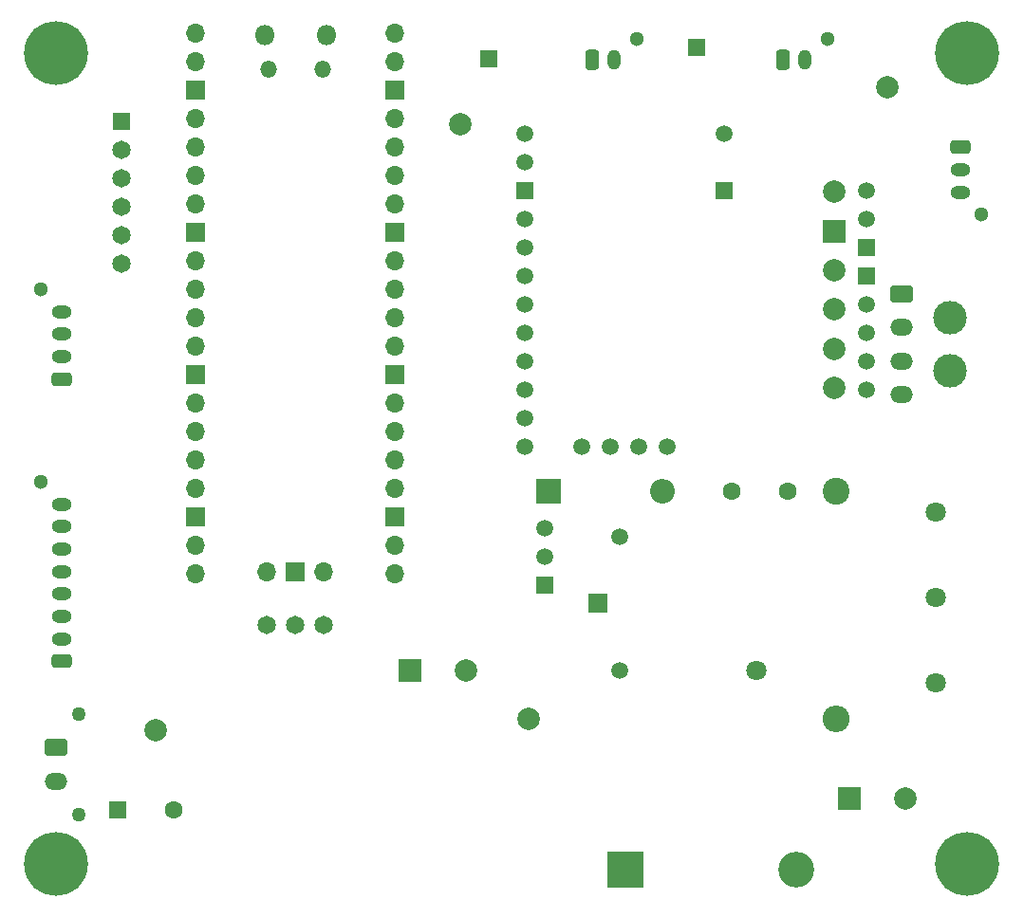
<source format=gbr>
%TF.GenerationSoftware,KiCad,Pcbnew,7.0.10*%
%TF.CreationDate,2024-03-29T16:51:17-04:00*%
%TF.ProjectId,WaveWise_PMIC,57617665-5769-4736-955f-504d49432e6b,rev?*%
%TF.SameCoordinates,Original*%
%TF.FileFunction,Soldermask,Bot*%
%TF.FilePolarity,Negative*%
%FSLAX46Y46*%
G04 Gerber Fmt 4.6, Leading zero omitted, Abs format (unit mm)*
G04 Created by KiCad (PCBNEW 7.0.10) date 2024-03-29 16:51:17*
%MOMM*%
%LPD*%
G01*
G04 APERTURE LIST*
G04 Aperture macros list*
%AMRoundRect*
0 Rectangle with rounded corners*
0 $1 Rounding radius*
0 $2 $3 $4 $5 $6 $7 $8 $9 X,Y pos of 4 corners*
0 Add a 4 corners polygon primitive as box body*
4,1,4,$2,$3,$4,$5,$6,$7,$8,$9,$2,$3,0*
0 Add four circle primitives for the rounded corners*
1,1,$1+$1,$2,$3*
1,1,$1+$1,$4,$5*
1,1,$1+$1,$6,$7*
1,1,$1+$1,$8,$9*
0 Add four rect primitives between the rounded corners*
20,1,$1+$1,$2,$3,$4,$5,0*
20,1,$1+$1,$4,$5,$6,$7,0*
20,1,$1+$1,$6,$7,$8,$9,0*
20,1,$1+$1,$8,$9,$2,$3,0*%
G04 Aperture macros list end*
%ADD10C,2.000000*%
%ADD11C,1.270000*%
%ADD12RoundRect,0.250001X-0.759999X0.499999X-0.759999X-0.499999X0.759999X-0.499999X0.759999X0.499999X0*%
%ADD13O,2.020000X1.500000*%
%ADD14C,1.300000*%
%ADD15RoundRect,0.250000X0.650000X-0.350000X0.650000X0.350000X-0.650000X0.350000X-0.650000X-0.350000X0*%
%ADD16O,1.800000X1.200000*%
%ADD17RoundRect,0.250000X-0.350000X-0.650000X0.350000X-0.650000X0.350000X0.650000X-0.350000X0.650000X0*%
%ADD18O,1.200000X1.800000*%
%ADD19RoundRect,0.250000X-0.650000X0.350000X-0.650000X-0.350000X0.650000X-0.350000X0.650000X0.350000X0*%
%ADD20C,3.000000*%
%ADD21R,1.650000X1.650000*%
%ADD22C,1.650000*%
%ADD23R,1.500000X1.500000*%
%ADD24C,1.500000*%
%ADD25C,5.700000*%
%ADD26R,2.000000X2.000000*%
%ADD27C,1.651000*%
%ADD28O,2.400000X2.400000*%
%ADD29C,2.400000*%
%ADD30C,1.498600*%
%ADD31C,1.803400*%
%ADD32R,1.803400X1.803400*%
%ADD33O,3.200000X3.200000*%
%ADD34R,3.200000X3.200000*%
%ADD35C,1.600000*%
%ADD36R,2.200000X2.200000*%
%ADD37O,2.200000X2.200000*%
%ADD38O,1.700000X1.700000*%
%ADD39R,1.700000X1.700000*%
%ADD40O,1.800000X1.800000*%
%ADD41O,1.500000X1.500000*%
%ADD42R,1.600000X1.600000*%
G04 APERTURE END LIST*
D10*
%TO.C,3V1*%
X90678000Y-60960000D03*
%TD*%
D11*
%TO.C,J1*%
X56570000Y-113586000D03*
X56570000Y-122586000D03*
D12*
X54610000Y-116586000D03*
D13*
X54610000Y-119586000D03*
%TD*%
D14*
%TO.C,J6*%
X53199750Y-75687500D03*
D15*
X55099750Y-83687500D03*
D16*
X55099750Y-81687500D03*
X55099750Y-79687500D03*
X55099750Y-77687500D03*
%TD*%
D14*
%TO.C,J11*%
X106378000Y-53314000D03*
D17*
X102378000Y-55214000D03*
D18*
X104378000Y-55214000D03*
%TD*%
D16*
%TO.C,J8*%
X55099750Y-94870000D03*
X55099750Y-96870000D03*
X55099750Y-98870000D03*
X55099750Y-100870000D03*
X55099750Y-102870000D03*
X55099750Y-104870000D03*
X55099750Y-106870000D03*
D15*
X55099750Y-108870000D03*
D14*
X53199750Y-92870000D03*
%TD*%
%TO.C,J9*%
X137155000Y-68992000D03*
D19*
X135255000Y-62992000D03*
D16*
X135255000Y-64992000D03*
X135255000Y-66992000D03*
%TD*%
D14*
%TO.C,J10*%
X123396000Y-53314000D03*
D17*
X119396000Y-55214000D03*
D18*
X121396000Y-55214000D03*
%TD*%
D20*
%TO.C,J5*%
X134368000Y-82940000D03*
X134368000Y-78240000D03*
D12*
X130048000Y-76090000D03*
D13*
X130048000Y-79090000D03*
X130048000Y-82090000D03*
X130048000Y-85090000D03*
%TD*%
D21*
%TO.C,J2*%
X60452000Y-60706000D03*
D22*
X60452000Y-63246000D03*
X60452000Y-65786000D03*
X60452000Y-68326000D03*
X60452000Y-70866000D03*
X60452000Y-73406000D03*
%TD*%
D23*
%TO.C,Q2*%
X98150000Y-102108000D03*
D24*
X98150000Y-99568000D03*
X98150000Y-97028000D03*
%TD*%
D23*
%TO.C,BatteryV1*%
X111760000Y-54102000D03*
%TD*%
D25*
%TO.C,HE1*%
X54610000Y-127000000D03*
%TD*%
D26*
%TO.C,C6*%
X86186000Y-109728000D03*
D10*
X91186000Y-109728000D03*
%TD*%
D27*
%TO.C,J3*%
X73406000Y-105664000D03*
X75946000Y-105664000D03*
X78486000Y-105664000D03*
%TD*%
D28*
%TO.C,R7*%
X124206000Y-114046000D03*
D29*
X124206000Y-93726000D03*
%TD*%
D30*
%TO.C,K1*%
X104902000Y-97728002D03*
D31*
X117101198Y-109728000D03*
D30*
X104902000Y-109728000D03*
D32*
X102901999Y-103728001D03*
%TD*%
D10*
%TO.C,24V_1*%
X63500000Y-115062000D03*
%TD*%
D31*
%TO.C,J13*%
X133050000Y-110832900D03*
X133050000Y-103212900D03*
X133050000Y-95592900D03*
%TD*%
D33*
%TO.C,D1*%
X120650000Y-127508000D03*
D34*
X105410000Y-127508000D03*
%TD*%
D25*
%TO.C,H4*%
X135890000Y-127000000D03*
%TD*%
D35*
%TO.C,C2*%
X119848000Y-93726000D03*
X114848000Y-93726000D03*
%TD*%
D25*
%TO.C,H1*%
X54610000Y-54610000D03*
%TD*%
D23*
%TO.C,PanelV1*%
X93218000Y-55118000D03*
%TD*%
D10*
%TO.C,GND1*%
X96774000Y-114046000D03*
%TD*%
D36*
%TO.C,D2*%
X98552000Y-93726000D03*
D37*
X108712000Y-93726000D03*
%TD*%
D10*
%TO.C,U2*%
X123988500Y-66978200D03*
D24*
X126884100Y-66825800D03*
X126884100Y-69365800D03*
D10*
X123988500Y-73978200D03*
D24*
X126884100Y-76985800D03*
D10*
X123988500Y-77478200D03*
D24*
X126884100Y-79525800D03*
D10*
X123988500Y-80978200D03*
D24*
X126884100Y-82065800D03*
D10*
X123988500Y-84478200D03*
D24*
X126884100Y-84605800D03*
X109129500Y-89762000D03*
X106589500Y-89762000D03*
X104049500Y-89762000D03*
X101509500Y-89762000D03*
X96429500Y-89762000D03*
X96429500Y-87222000D03*
X96429500Y-84682000D03*
X96429500Y-82142000D03*
X96429500Y-79602000D03*
X96429500Y-77062000D03*
X96429500Y-74522000D03*
X96429500Y-71982000D03*
X96429500Y-69442000D03*
X96429500Y-64362000D03*
X96429500Y-61822000D03*
X114184100Y-61745800D03*
D23*
X96429500Y-66902000D03*
X114184100Y-66825800D03*
D26*
X123988500Y-70478200D03*
D23*
X126884100Y-71905800D03*
X126884100Y-74445800D03*
%TD*%
D25*
%TO.C,H2*%
X135890000Y-54610000D03*
%TD*%
D10*
%TO.C,C1*%
X130394323Y-121158000D03*
D26*
X125394323Y-121158000D03*
%TD*%
D10*
%TO.C,5V1*%
X128778000Y-57658000D03*
%TD*%
D38*
%TO.C,U1*%
X78486000Y-100862000D03*
D39*
X75946000Y-100862000D03*
D38*
X73406000Y-100862000D03*
X84836000Y-52832000D03*
X84836000Y-55372000D03*
D39*
X84836000Y-57912000D03*
D38*
X84836000Y-60452000D03*
X84836000Y-62992000D03*
X84836000Y-65532000D03*
X84836000Y-68072000D03*
D39*
X84836000Y-70612000D03*
D38*
X84836000Y-73152000D03*
X84836000Y-75692000D03*
X84836000Y-78232000D03*
X84836000Y-80772000D03*
D39*
X84836000Y-83312000D03*
D38*
X84836000Y-85852000D03*
X84836000Y-88392000D03*
X84836000Y-90932000D03*
X84836000Y-93472000D03*
D39*
X84836000Y-96012000D03*
D38*
X84836000Y-98552000D03*
X84836000Y-101092000D03*
X67056000Y-101092000D03*
X67056000Y-98552000D03*
D39*
X67056000Y-96012000D03*
D38*
X67056000Y-93472000D03*
X67056000Y-90932000D03*
X67056000Y-88392000D03*
X67056000Y-85852000D03*
D39*
X67056000Y-83312000D03*
D38*
X67056000Y-80772000D03*
X67056000Y-78232000D03*
X67056000Y-75692000D03*
X67056000Y-73152000D03*
D39*
X67056000Y-70612000D03*
D38*
X67056000Y-68072000D03*
X67056000Y-65532000D03*
X67056000Y-62992000D03*
X67056000Y-60452000D03*
D39*
X67056000Y-57912000D03*
D38*
X67056000Y-55372000D03*
X67056000Y-52832000D03*
D40*
X78671000Y-52962000D03*
D41*
X78371000Y-55992000D03*
X73521000Y-55992000D03*
D40*
X73221000Y-52962000D03*
%TD*%
D42*
%TO.C,C9*%
X60081349Y-122174000D03*
D35*
X65081349Y-122174000D03*
%TD*%
M02*

</source>
